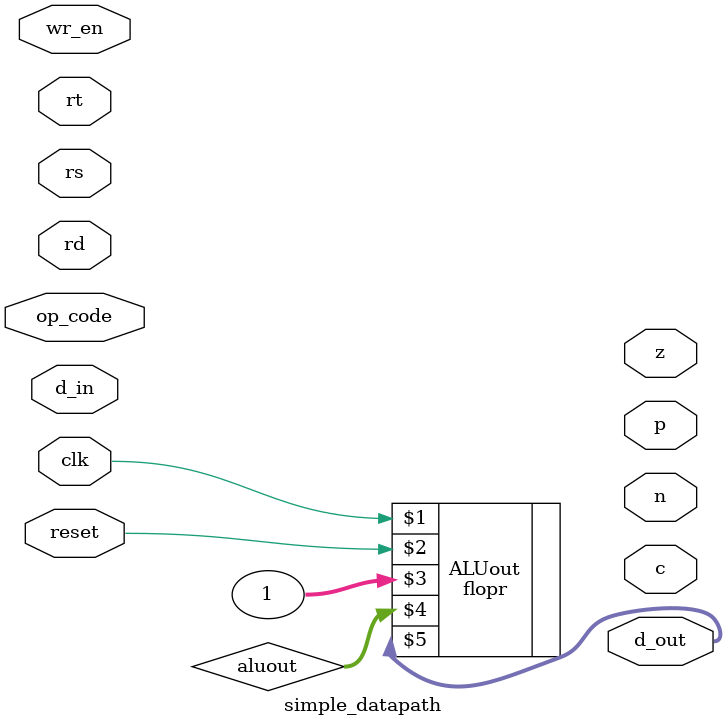
<source format=sv>
`timescale 1ns/100ps

`include "regfile.v"
`include "flopr.v"
`include "alu.v"

`define datasize 32
module simple_datapath(
  input [2:0]	op_code,
  input 		clk, reset,
  input [4:0]	rs, rt, rd,
  input 		wr_en,
  input [`datasize - 1:0] d_in,
  output [`datasize - 1:0] d_out,
  output c, n, z, p
    );
    
  wire [`datasize-1:0] srca, srcb, aluout; //rfDataOut1, rfDataOut2, 
  
  regfile #(`datasize) rf (	);	//fill in the port list
  alu #(`datasize) a1 (	);	//fill in the port list
  flopr #(`datasize) ALUout (clk, reset, 1, aluout, d_out);
  
endmodule


</source>
